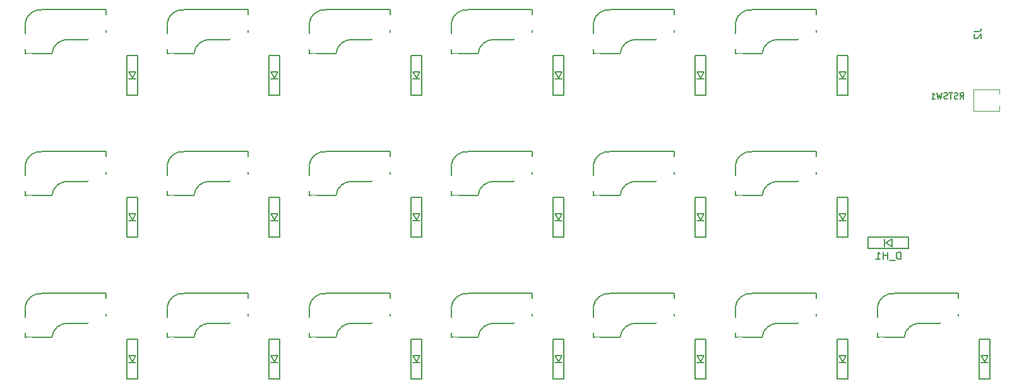
<source format=gbr>
%TF.GenerationSoftware,KiCad,Pcbnew,8.0.7*%
%TF.CreationDate,2024-12-30T11:07:06+09:00*%
%TF.ProjectId,pisces,70697363-6573-42e6-9b69-6361645f7063,rev?*%
%TF.SameCoordinates,Original*%
%TF.FileFunction,Legend,Bot*%
%TF.FilePolarity,Positive*%
%FSLAX46Y46*%
G04 Gerber Fmt 4.6, Leading zero omitted, Abs format (unit mm)*
G04 Created by KiCad (PCBNEW 8.0.7) date 2024-12-30 11:07:06*
%MOMM*%
%LPD*%
G01*
G04 APERTURE LIST*
%ADD10C,0.150000*%
%ADD11C,0.120000*%
%ADD12C,5.000000*%
%ADD13C,0.650000*%
%ADD14O,1.000000X2.100000*%
%ADD15O,1.000000X1.600000*%
%ADD16C,1.900000*%
%ADD17C,1.700000*%
%ADD18C,3.000000*%
%ADD19C,4.000000*%
%ADD20R,2.000000X2.000000*%
%ADD21C,1.500000*%
%ADD22R,2.500000X1.200000*%
%ADD23R,1.300000X0.950000*%
%ADD24C,0.750000*%
%ADD25R,1.100000X1.600000*%
%ADD26R,0.950000X1.300000*%
G04 APERTURE END LIST*
D10*
X168477356Y-68336819D02*
X168477356Y-67336819D01*
X168477356Y-67336819D02*
X168239261Y-67336819D01*
X168239261Y-67336819D02*
X168096404Y-67384438D01*
X168096404Y-67384438D02*
X168001166Y-67479676D01*
X168001166Y-67479676D02*
X167953547Y-67574914D01*
X167953547Y-67574914D02*
X167905928Y-67765390D01*
X167905928Y-67765390D02*
X167905928Y-67908247D01*
X167905928Y-67908247D02*
X167953547Y-68098723D01*
X167953547Y-68098723D02*
X168001166Y-68193961D01*
X168001166Y-68193961D02*
X168096404Y-68289200D01*
X168096404Y-68289200D02*
X168239261Y-68336819D01*
X168239261Y-68336819D02*
X168477356Y-68336819D01*
X167715452Y-68432057D02*
X166953547Y-68432057D01*
X166715451Y-68336819D02*
X166715451Y-67336819D01*
X166715451Y-67813009D02*
X166144023Y-67813009D01*
X166144023Y-68336819D02*
X166144023Y-67336819D01*
X165144023Y-68336819D02*
X165715451Y-68336819D01*
X165429737Y-68336819D02*
X165429737Y-67336819D01*
X165429737Y-67336819D02*
X165524975Y-67479676D01*
X165524975Y-67479676D02*
X165620213Y-67574914D01*
X165620213Y-67574914D02*
X165715451Y-67622533D01*
X176429142Y-46781295D02*
X176695809Y-46400342D01*
X176886285Y-46781295D02*
X176886285Y-45981295D01*
X176886285Y-45981295D02*
X176581523Y-45981295D01*
X176581523Y-45981295D02*
X176505333Y-46019390D01*
X176505333Y-46019390D02*
X176467238Y-46057485D01*
X176467238Y-46057485D02*
X176429142Y-46133676D01*
X176429142Y-46133676D02*
X176429142Y-46247961D01*
X176429142Y-46247961D02*
X176467238Y-46324152D01*
X176467238Y-46324152D02*
X176505333Y-46362247D01*
X176505333Y-46362247D02*
X176581523Y-46400342D01*
X176581523Y-46400342D02*
X176886285Y-46400342D01*
X176124381Y-46743200D02*
X176010095Y-46781295D01*
X176010095Y-46781295D02*
X175819619Y-46781295D01*
X175819619Y-46781295D02*
X175743428Y-46743200D01*
X175743428Y-46743200D02*
X175705333Y-46705104D01*
X175705333Y-46705104D02*
X175667238Y-46628914D01*
X175667238Y-46628914D02*
X175667238Y-46552723D01*
X175667238Y-46552723D02*
X175705333Y-46476533D01*
X175705333Y-46476533D02*
X175743428Y-46438438D01*
X175743428Y-46438438D02*
X175819619Y-46400342D01*
X175819619Y-46400342D02*
X175972000Y-46362247D01*
X175972000Y-46362247D02*
X176048190Y-46324152D01*
X176048190Y-46324152D02*
X176086285Y-46286057D01*
X176086285Y-46286057D02*
X176124381Y-46209866D01*
X176124381Y-46209866D02*
X176124381Y-46133676D01*
X176124381Y-46133676D02*
X176086285Y-46057485D01*
X176086285Y-46057485D02*
X176048190Y-46019390D01*
X176048190Y-46019390D02*
X175972000Y-45981295D01*
X175972000Y-45981295D02*
X175781523Y-45981295D01*
X175781523Y-45981295D02*
X175667238Y-46019390D01*
X175438666Y-45981295D02*
X174981523Y-45981295D01*
X175210095Y-46781295D02*
X175210095Y-45981295D01*
X174752952Y-46743200D02*
X174638666Y-46781295D01*
X174638666Y-46781295D02*
X174448190Y-46781295D01*
X174448190Y-46781295D02*
X174371999Y-46743200D01*
X174371999Y-46743200D02*
X174333904Y-46705104D01*
X174333904Y-46705104D02*
X174295809Y-46628914D01*
X174295809Y-46628914D02*
X174295809Y-46552723D01*
X174295809Y-46552723D02*
X174333904Y-46476533D01*
X174333904Y-46476533D02*
X174371999Y-46438438D01*
X174371999Y-46438438D02*
X174448190Y-46400342D01*
X174448190Y-46400342D02*
X174600571Y-46362247D01*
X174600571Y-46362247D02*
X174676761Y-46324152D01*
X174676761Y-46324152D02*
X174714856Y-46286057D01*
X174714856Y-46286057D02*
X174752952Y-46209866D01*
X174752952Y-46209866D02*
X174752952Y-46133676D01*
X174752952Y-46133676D02*
X174714856Y-46057485D01*
X174714856Y-46057485D02*
X174676761Y-46019390D01*
X174676761Y-46019390D02*
X174600571Y-45981295D01*
X174600571Y-45981295D02*
X174410094Y-45981295D01*
X174410094Y-45981295D02*
X174295809Y-46019390D01*
X174029142Y-45981295D02*
X173838666Y-46781295D01*
X173838666Y-46781295D02*
X173686285Y-46209866D01*
X173686285Y-46209866D02*
X173533904Y-46781295D01*
X173533904Y-46781295D02*
X173343428Y-45981295D01*
X172619618Y-46781295D02*
X173076761Y-46781295D01*
X172848189Y-46781295D02*
X172848189Y-45981295D01*
X172848189Y-45981295D02*
X172924380Y-46095580D01*
X172924380Y-46095580D02*
X173000570Y-46171771D01*
X173000570Y-46171771D02*
X173076761Y-46209866D01*
X178290819Y-37703666D02*
X179005104Y-37703666D01*
X179005104Y-37703666D02*
X179147961Y-37656047D01*
X179147961Y-37656047D02*
X179243200Y-37560809D01*
X179243200Y-37560809D02*
X179290819Y-37417952D01*
X179290819Y-37417952D02*
X179290819Y-37322714D01*
X178386057Y-38132238D02*
X178338438Y-38179857D01*
X178338438Y-38179857D02*
X178290819Y-38275095D01*
X178290819Y-38275095D02*
X178290819Y-38513190D01*
X178290819Y-38513190D02*
X178338438Y-38608428D01*
X178338438Y-38608428D02*
X178386057Y-38656047D01*
X178386057Y-38656047D02*
X178481295Y-38703666D01*
X178481295Y-38703666D02*
X178576533Y-38703666D01*
X178576533Y-38703666D02*
X178719390Y-38656047D01*
X178719390Y-38656047D02*
X179290819Y-38084619D01*
X179290819Y-38084619D02*
X179290819Y-38703666D01*
%TO.C,SW1*%
X51032000Y-36768500D02*
X51032000Y-40713500D01*
X51032000Y-40722500D02*
X54642000Y-40722500D01*
X61932000Y-34814500D02*
X53307000Y-34814500D01*
X61932000Y-38722500D02*
X61932000Y-34814500D01*
X61932000Y-38768500D02*
X56882000Y-38814500D01*
X51043000Y-36698500D02*
G75*
G02*
X53307000Y-34814500I2074000J-190000D01*
G01*
X54647000Y-40698500D02*
G75*
G02*
X56907000Y-38818500I2070000J-190000D01*
G01*
%TO.C,SW2*%
X51032000Y-55818500D02*
X51032000Y-59763500D01*
X51032000Y-59772500D02*
X54642000Y-59772500D01*
X61932000Y-53864500D02*
X53307000Y-53864500D01*
X61932000Y-57772500D02*
X61932000Y-53864500D01*
X61932000Y-57818500D02*
X56882000Y-57864500D01*
X51043000Y-55748500D02*
G75*
G02*
X53307000Y-53864500I2074000J-190000D01*
G01*
X54647000Y-59748500D02*
G75*
G02*
X56907000Y-57868500I2070000J-190000D01*
G01*
%TO.C,SW3*%
X51032000Y-74868500D02*
X51032000Y-78813500D01*
X51032000Y-78822500D02*
X54642000Y-78822500D01*
X61932000Y-72914500D02*
X53307000Y-72914500D01*
X61932000Y-76822500D02*
X61932000Y-72914500D01*
X61932000Y-76868500D02*
X56882000Y-76914500D01*
X51043000Y-74798500D02*
G75*
G02*
X53307000Y-72914500I2074000J-190000D01*
G01*
X54647000Y-78798500D02*
G75*
G02*
X56907000Y-76918500I2070000J-190000D01*
G01*
%TO.C,SW4*%
X70082000Y-36768500D02*
X70082000Y-40713500D01*
X70082000Y-40722500D02*
X73692000Y-40722500D01*
X80982000Y-34814500D02*
X72357000Y-34814500D01*
X80982000Y-38722500D02*
X80982000Y-34814500D01*
X80982000Y-38768500D02*
X75932000Y-38814500D01*
X70093000Y-36698500D02*
G75*
G02*
X72357000Y-34814500I2074000J-190000D01*
G01*
X73697000Y-40698500D02*
G75*
G02*
X75957000Y-38818500I2070000J-190000D01*
G01*
%TO.C,SW5*%
X70082000Y-55818500D02*
X70082000Y-59763500D01*
X70082000Y-59772500D02*
X73692000Y-59772500D01*
X80982000Y-53864500D02*
X72357000Y-53864500D01*
X80982000Y-57772500D02*
X80982000Y-53864500D01*
X80982000Y-57818500D02*
X75932000Y-57864500D01*
X70093000Y-55748500D02*
G75*
G02*
X72357000Y-53864500I2074000J-190000D01*
G01*
X73697000Y-59748500D02*
G75*
G02*
X75957000Y-57868500I2070000J-190000D01*
G01*
%TO.C,SW6*%
X70082000Y-74868500D02*
X70082000Y-78813500D01*
X70082000Y-78822500D02*
X73692000Y-78822500D01*
X80982000Y-72914500D02*
X72357000Y-72914500D01*
X80982000Y-76822500D02*
X80982000Y-72914500D01*
X80982000Y-76868500D02*
X75932000Y-76914500D01*
X70093000Y-74798500D02*
G75*
G02*
X72357000Y-72914500I2074000J-190000D01*
G01*
X73697000Y-78798500D02*
G75*
G02*
X75957000Y-76918500I2070000J-190000D01*
G01*
%TO.C,SW7*%
X89132000Y-36768500D02*
X89132000Y-40713500D01*
X89132000Y-40722500D02*
X92742000Y-40722500D01*
X100032000Y-34814500D02*
X91407000Y-34814500D01*
X100032000Y-38722500D02*
X100032000Y-34814500D01*
X100032000Y-38768500D02*
X94982000Y-38814500D01*
X89143000Y-36698500D02*
G75*
G02*
X91407000Y-34814500I2074000J-190000D01*
G01*
X92747000Y-40698500D02*
G75*
G02*
X95007000Y-38818500I2070000J-190000D01*
G01*
%TO.C,SW8*%
X89132000Y-55818500D02*
X89132000Y-59763500D01*
X89132000Y-59772500D02*
X92742000Y-59772500D01*
X100032000Y-53864500D02*
X91407000Y-53864500D01*
X100032000Y-57772500D02*
X100032000Y-53864500D01*
X100032000Y-57818500D02*
X94982000Y-57864500D01*
X89143000Y-55748500D02*
G75*
G02*
X91407000Y-53864500I2074000J-190000D01*
G01*
X92747000Y-59748500D02*
G75*
G02*
X95007000Y-57868500I2070000J-190000D01*
G01*
%TO.C,SW9*%
X89132000Y-74868500D02*
X89132000Y-78813500D01*
X89132000Y-78822500D02*
X92742000Y-78822500D01*
X100032000Y-72914500D02*
X91407000Y-72914500D01*
X100032000Y-76822500D02*
X100032000Y-72914500D01*
X100032000Y-76868500D02*
X94982000Y-76914500D01*
X89143000Y-74798500D02*
G75*
G02*
X91407000Y-72914500I2074000J-190000D01*
G01*
X92747000Y-78798500D02*
G75*
G02*
X95007000Y-76918500I2070000J-190000D01*
G01*
%TO.C,SW10*%
X108182000Y-36768500D02*
X108182000Y-40713500D01*
X108182000Y-40722500D02*
X111792000Y-40722500D01*
X119082000Y-34814500D02*
X110457000Y-34814500D01*
X119082000Y-38722500D02*
X119082000Y-34814500D01*
X119082000Y-38768500D02*
X114032000Y-38814500D01*
X108193000Y-36698500D02*
G75*
G02*
X110457000Y-34814500I2074000J-190000D01*
G01*
X111797000Y-40698500D02*
G75*
G02*
X114057000Y-38818500I2070000J-190000D01*
G01*
%TO.C,SW11*%
X108182000Y-55818500D02*
X108182000Y-59763500D01*
X108182000Y-59772500D02*
X111792000Y-59772500D01*
X119082000Y-53864500D02*
X110457000Y-53864500D01*
X119082000Y-57772500D02*
X119082000Y-53864500D01*
X119082000Y-57818500D02*
X114032000Y-57864500D01*
X108193000Y-55748500D02*
G75*
G02*
X110457000Y-53864500I2074000J-190000D01*
G01*
X111797000Y-59748500D02*
G75*
G02*
X114057000Y-57868500I2070000J-190000D01*
G01*
%TO.C,SW12*%
X108182000Y-74868500D02*
X108182000Y-78813500D01*
X108182000Y-78822500D02*
X111792000Y-78822500D01*
X119082000Y-72914500D02*
X110457000Y-72914500D01*
X119082000Y-76822500D02*
X119082000Y-72914500D01*
X119082000Y-76868500D02*
X114032000Y-76914500D01*
X108193000Y-74798500D02*
G75*
G02*
X110457000Y-72914500I2074000J-190000D01*
G01*
X111797000Y-78798500D02*
G75*
G02*
X114057000Y-76918500I2070000J-190000D01*
G01*
%TO.C,SW13*%
X127232000Y-36768500D02*
X127232000Y-40713500D01*
X127232000Y-40722500D02*
X130842000Y-40722500D01*
X138132000Y-34814500D02*
X129507000Y-34814500D01*
X138132000Y-38722500D02*
X138132000Y-34814500D01*
X138132000Y-38768500D02*
X133082000Y-38814500D01*
X127243000Y-36698500D02*
G75*
G02*
X129507000Y-34814500I2074000J-190000D01*
G01*
X130847000Y-40698500D02*
G75*
G02*
X133107000Y-38818500I2070000J-190000D01*
G01*
%TO.C,SW14*%
X127232000Y-55818500D02*
X127232000Y-59763500D01*
X127232000Y-59772500D02*
X130842000Y-59772500D01*
X138132000Y-53864500D02*
X129507000Y-53864500D01*
X138132000Y-57772500D02*
X138132000Y-53864500D01*
X138132000Y-57818500D02*
X133082000Y-57864500D01*
X127243000Y-55748500D02*
G75*
G02*
X129507000Y-53864500I2074000J-190000D01*
G01*
X130847000Y-59748500D02*
G75*
G02*
X133107000Y-57868500I2070000J-190000D01*
G01*
%TO.C,SW15*%
X127232000Y-74868500D02*
X127232000Y-78813500D01*
X127232000Y-78822500D02*
X130842000Y-78822500D01*
X138132000Y-72914500D02*
X129507000Y-72914500D01*
X138132000Y-76822500D02*
X138132000Y-72914500D01*
X138132000Y-76868500D02*
X133082000Y-76914500D01*
X127243000Y-74798500D02*
G75*
G02*
X129507000Y-72914500I2074000J-190000D01*
G01*
X130847000Y-78798500D02*
G75*
G02*
X133107000Y-76918500I2070000J-190000D01*
G01*
%TO.C,SW16*%
X146282000Y-36768500D02*
X146282000Y-40713500D01*
X146282000Y-40722500D02*
X149892000Y-40722500D01*
X157182000Y-34814500D02*
X148557000Y-34814500D01*
X157182000Y-38722500D02*
X157182000Y-34814500D01*
X157182000Y-38768500D02*
X152132000Y-38814500D01*
X146293000Y-36698500D02*
G75*
G02*
X148557000Y-34814500I2074000J-190000D01*
G01*
X149897000Y-40698500D02*
G75*
G02*
X152157000Y-38818500I2070000J-190000D01*
G01*
%TO.C,SW17*%
X146282000Y-55818500D02*
X146282000Y-59763500D01*
X146282000Y-59772500D02*
X149892000Y-59772500D01*
X157182000Y-53864500D02*
X148557000Y-53864500D01*
X157182000Y-57772500D02*
X157182000Y-53864500D01*
X157182000Y-57818500D02*
X152132000Y-57864500D01*
X146293000Y-55748500D02*
G75*
G02*
X148557000Y-53864500I2074000J-190000D01*
G01*
X149897000Y-59748500D02*
G75*
G02*
X152157000Y-57868500I2070000J-190000D01*
G01*
%TO.C,SW18*%
X146282000Y-74868500D02*
X146282000Y-78813500D01*
X146282000Y-78822500D02*
X149892000Y-78822500D01*
X157182000Y-72914500D02*
X148557000Y-72914500D01*
X157182000Y-76822500D02*
X157182000Y-72914500D01*
X157182000Y-76868500D02*
X152132000Y-76914500D01*
X146293000Y-74798500D02*
G75*
G02*
X148557000Y-72914500I2074000J-190000D01*
G01*
X149897000Y-78798500D02*
G75*
G02*
X152157000Y-76918500I2070000J-190000D01*
G01*
%TO.C,SW19*%
X165332000Y-74868500D02*
X165332000Y-78813500D01*
X165332000Y-78822500D02*
X168942000Y-78822500D01*
X176232000Y-72914500D02*
X167607000Y-72914500D01*
X176232000Y-76822500D02*
X176232000Y-72914500D01*
X176232000Y-76868500D02*
X171182000Y-76914500D01*
X165343000Y-74798500D02*
G75*
G02*
X167607000Y-72914500I2074000J-190000D01*
G01*
X168947000Y-78798500D02*
G75*
G02*
X171207000Y-76918500I2070000J-190000D01*
G01*
%TO.C,D_H1*%
X164134500Y-65354000D02*
X164134500Y-66854000D01*
X164134500Y-66854000D02*
X169534500Y-66854000D01*
X166334500Y-65604000D02*
X166334500Y-66604000D01*
X166434500Y-66104000D02*
X167334500Y-65604000D01*
X167334500Y-65604000D02*
X167334500Y-66604000D01*
X167334500Y-66604000D02*
X166434500Y-66104000D01*
X169534500Y-65354000D02*
X164134500Y-65354000D01*
X169534500Y-66854000D02*
X169534500Y-65354000D01*
D11*
%TO.C,RSTSW1*%
X178279000Y-45540500D02*
X178279000Y-48440500D01*
X178279000Y-45540500D02*
X181679000Y-45540500D01*
X181679000Y-48440500D02*
X178279000Y-48440500D01*
X181679000Y-48440500D02*
X181679000Y-45540500D01*
D10*
%TO.C,D1*%
X64675000Y-46325000D02*
X64675000Y-40925000D01*
X64925000Y-43125000D02*
X65425000Y-44025000D01*
X65425000Y-44025000D02*
X65925000Y-43125000D01*
X65925000Y-43125000D02*
X64925000Y-43125000D01*
X65925000Y-44125000D02*
X64925000Y-44125000D01*
X66175000Y-40925000D02*
X64675000Y-40925000D01*
X66175000Y-40925000D02*
X66175000Y-46325000D01*
X66175000Y-46325000D02*
X64675000Y-46325000D01*
%TO.C,D2*%
X64675000Y-65375000D02*
X64675000Y-59975000D01*
X64925000Y-62175000D02*
X65425000Y-63075000D01*
X65425000Y-63075000D02*
X65925000Y-62175000D01*
X65925000Y-62175000D02*
X64925000Y-62175000D01*
X65925000Y-63175000D02*
X64925000Y-63175000D01*
X66175000Y-59975000D02*
X64675000Y-59975000D01*
X66175000Y-59975000D02*
X66175000Y-65375000D01*
X66175000Y-65375000D02*
X64675000Y-65375000D01*
%TO.C,D3*%
X64675000Y-84425000D02*
X64675000Y-79025000D01*
X64925000Y-81225000D02*
X65425000Y-82125000D01*
X65425000Y-82125000D02*
X65925000Y-81225000D01*
X65925000Y-81225000D02*
X64925000Y-81225000D01*
X65925000Y-82225000D02*
X64925000Y-82225000D01*
X66175000Y-79025000D02*
X64675000Y-79025000D01*
X66175000Y-79025000D02*
X66175000Y-84425000D01*
X66175000Y-84425000D02*
X64675000Y-84425000D01*
%TO.C,D7*%
X102775000Y-46325000D02*
X102775000Y-40925000D01*
X103025000Y-43125000D02*
X103525000Y-44025000D01*
X103525000Y-44025000D02*
X104025000Y-43125000D01*
X104025000Y-43125000D02*
X103025000Y-43125000D01*
X104025000Y-44125000D02*
X103025000Y-44125000D01*
X104275000Y-40925000D02*
X102775000Y-40925000D01*
X104275000Y-40925000D02*
X104275000Y-46325000D01*
X104275000Y-46325000D02*
X102775000Y-46325000D01*
%TO.C,D8*%
X102775000Y-65375000D02*
X102775000Y-59975000D01*
X103025000Y-62175000D02*
X103525000Y-63075000D01*
X103525000Y-63075000D02*
X104025000Y-62175000D01*
X104025000Y-62175000D02*
X103025000Y-62175000D01*
X104025000Y-63175000D02*
X103025000Y-63175000D01*
X104275000Y-59975000D02*
X102775000Y-59975000D01*
X104275000Y-59975000D02*
X104275000Y-65375000D01*
X104275000Y-65375000D02*
X102775000Y-65375000D01*
%TO.C,D10*%
X121825000Y-46325000D02*
X121825000Y-40925000D01*
X122075000Y-43125000D02*
X122575000Y-44025000D01*
X122575000Y-44025000D02*
X123075000Y-43125000D01*
X123075000Y-43125000D02*
X122075000Y-43125000D01*
X123075000Y-44125000D02*
X122075000Y-44125000D01*
X123325000Y-40925000D02*
X121825000Y-40925000D01*
X123325000Y-40925000D02*
X123325000Y-46325000D01*
X123325000Y-46325000D02*
X121825000Y-46325000D01*
%TO.C,D11*%
X121825000Y-65375000D02*
X121825000Y-59975000D01*
X122075000Y-62175000D02*
X122575000Y-63075000D01*
X122575000Y-63075000D02*
X123075000Y-62175000D01*
X123075000Y-62175000D02*
X122075000Y-62175000D01*
X123075000Y-63175000D02*
X122075000Y-63175000D01*
X123325000Y-59975000D02*
X121825000Y-59975000D01*
X123325000Y-59975000D02*
X123325000Y-65375000D01*
X123325000Y-65375000D02*
X121825000Y-65375000D01*
%TO.C,D12*%
X121825000Y-84425000D02*
X121825000Y-79025000D01*
X122075000Y-81225000D02*
X122575000Y-82125000D01*
X122575000Y-82125000D02*
X123075000Y-81225000D01*
X123075000Y-81225000D02*
X122075000Y-81225000D01*
X123075000Y-82225000D02*
X122075000Y-82225000D01*
X123325000Y-79025000D02*
X121825000Y-79025000D01*
X123325000Y-79025000D02*
X123325000Y-84425000D01*
X123325000Y-84425000D02*
X121825000Y-84425000D01*
%TO.C,D14*%
X140875000Y-65375000D02*
X140875000Y-59975000D01*
X141125000Y-62175000D02*
X141625000Y-63075000D01*
X141625000Y-63075000D02*
X142125000Y-62175000D01*
X142125000Y-62175000D02*
X141125000Y-62175000D01*
X142125000Y-63175000D02*
X141125000Y-63175000D01*
X142375000Y-59975000D02*
X140875000Y-59975000D01*
X142375000Y-59975000D02*
X142375000Y-65375000D01*
X142375000Y-65375000D02*
X140875000Y-65375000D01*
%TO.C,D15*%
X140875000Y-84425000D02*
X140875000Y-79025000D01*
X141125000Y-81225000D02*
X141625000Y-82125000D01*
X141625000Y-82125000D02*
X142125000Y-81225000D01*
X142125000Y-81225000D02*
X141125000Y-81225000D01*
X142125000Y-82225000D02*
X141125000Y-82225000D01*
X142375000Y-79025000D02*
X140875000Y-79025000D01*
X142375000Y-79025000D02*
X142375000Y-84425000D01*
X142375000Y-84425000D02*
X140875000Y-84425000D01*
%TO.C,D17*%
X159925000Y-65375000D02*
X159925000Y-59975000D01*
X160175000Y-62175000D02*
X160675000Y-63075000D01*
X160675000Y-63075000D02*
X161175000Y-62175000D01*
X161175000Y-62175000D02*
X160175000Y-62175000D01*
X161175000Y-63175000D02*
X160175000Y-63175000D01*
X161425000Y-59975000D02*
X159925000Y-59975000D01*
X161425000Y-59975000D02*
X161425000Y-65375000D01*
X161425000Y-65375000D02*
X159925000Y-65375000D01*
%TO.C,D18*%
X159925000Y-84425000D02*
X159925000Y-79025000D01*
X160175000Y-81225000D02*
X160675000Y-82125000D01*
X160675000Y-82125000D02*
X161175000Y-81225000D01*
X161175000Y-81225000D02*
X160175000Y-81225000D01*
X161175000Y-82225000D02*
X160175000Y-82225000D01*
X161425000Y-79025000D02*
X159925000Y-79025000D01*
X161425000Y-79025000D02*
X161425000Y-84425000D01*
X161425000Y-84425000D02*
X159925000Y-84425000D01*
%TO.C,D4*%
X83724999Y-46325000D02*
X83724999Y-40925000D01*
X83974999Y-43125000D02*
X84474999Y-44025000D01*
X84474999Y-44025000D02*
X84974999Y-43125000D01*
X84974999Y-43125000D02*
X83974999Y-43125000D01*
X84974999Y-44125000D02*
X83974999Y-44125000D01*
X85224999Y-40925000D02*
X83724999Y-40925000D01*
X85224999Y-40925000D02*
X85224999Y-46325000D01*
X85224999Y-46325000D02*
X83724999Y-46325000D01*
%TO.C,D5*%
X83724999Y-65375000D02*
X83724999Y-59975000D01*
X83974999Y-62175000D02*
X84474999Y-63075000D01*
X84474999Y-63075000D02*
X84974999Y-62175000D01*
X84974999Y-62175000D02*
X83974999Y-62175000D01*
X84974999Y-63175000D02*
X83974999Y-63175000D01*
X85224999Y-59975000D02*
X83724999Y-59975000D01*
X85224999Y-59975000D02*
X85224999Y-65375000D01*
X85224999Y-65375000D02*
X83724999Y-65375000D01*
%TO.C,D6*%
X83724999Y-84425000D02*
X83724999Y-79025000D01*
X83974999Y-81225000D02*
X84474999Y-82125000D01*
X84474999Y-82125000D02*
X84974999Y-81225000D01*
X84974999Y-81225000D02*
X83974999Y-81225000D01*
X84974999Y-82225000D02*
X83974999Y-82225000D01*
X85224999Y-79025000D02*
X83724999Y-79025000D01*
X85224999Y-79025000D02*
X85224999Y-84425000D01*
X85224999Y-84425000D02*
X83724999Y-84425000D01*
%TO.C,D9*%
X102775000Y-84425000D02*
X102775000Y-79025000D01*
X103025000Y-81225000D02*
X103525000Y-82125000D01*
X103525000Y-82125000D02*
X104025000Y-81225000D01*
X104025000Y-81225000D02*
X103025000Y-81225000D01*
X104025000Y-82225000D02*
X103025000Y-82225000D01*
X104275000Y-79025000D02*
X102775000Y-79025000D01*
X104275000Y-79025000D02*
X104275000Y-84425000D01*
X104275000Y-84425000D02*
X102775000Y-84425000D01*
%TO.C,D13*%
X140875000Y-46325000D02*
X140875000Y-40925000D01*
X141125000Y-43125000D02*
X141625000Y-44025000D01*
X141625000Y-44025000D02*
X142125000Y-43125000D01*
X142125000Y-43125000D02*
X141125000Y-43125000D01*
X142125000Y-44125000D02*
X141125000Y-44125000D01*
X142375000Y-40925000D02*
X140875000Y-40925000D01*
X142375000Y-40925000D02*
X142375000Y-46325000D01*
X142375000Y-46325000D02*
X140875000Y-46325000D01*
%TO.C,D16*%
X159925000Y-46325000D02*
X159925000Y-40925000D01*
X160175000Y-43125000D02*
X160675000Y-44025000D01*
X160675000Y-44025000D02*
X161175000Y-43125000D01*
X161175000Y-43125000D02*
X160175000Y-43125000D01*
X161175000Y-44125000D02*
X160175000Y-44125000D01*
X161425000Y-40925000D02*
X159925000Y-40925000D01*
X161425000Y-40925000D02*
X161425000Y-46325000D01*
X161425000Y-46325000D02*
X159925000Y-46325000D01*
%TO.C,D19*%
X178975000Y-84425000D02*
X178975000Y-79025000D01*
X179225000Y-81225000D02*
X179725000Y-82125000D01*
X179725000Y-82125000D02*
X180225000Y-81225000D01*
X180225000Y-81225000D02*
X179225000Y-81225000D01*
X180225000Y-82225000D02*
X179225000Y-82225000D01*
X180475000Y-79025000D02*
X178975000Y-79025000D01*
X180475000Y-79025000D02*
X180475000Y-84425000D01*
X180475000Y-84425000D02*
X178975000Y-84425000D01*
%TD*%
%LPC*%
D12*
%TO.C,HOLE1*%
X66657000Y-51143500D03*
%TD*%
%TO.C,HOLE2*%
X66657000Y-70193500D03*
%TD*%
%TO.C,HOLE7*%
X104757000Y-51143500D03*
%TD*%
%TO.C,HOLE8*%
X104757000Y-70193500D03*
%TD*%
%TO.C,HOLE13*%
X142857000Y-51143500D03*
%TD*%
%TO.C,HOLE14*%
X142857000Y-70193500D03*
%TD*%
D13*
%TO.C,J1*%
X170550000Y-37298500D03*
X164770000Y-37298500D03*
D14*
X171980000Y-37798500D03*
D15*
X171980000Y-33618500D03*
D14*
X163340000Y-37798500D03*
D15*
X163340000Y-33618500D03*
%TD*%
D16*
%TO.C,SW1*%
X51632000Y-41618500D03*
D17*
X52052000Y-41618500D03*
D18*
X53322000Y-39078500D03*
X54592000Y-36538500D03*
D19*
X57132000Y-41618500D03*
D18*
X59672000Y-36538500D03*
X60942000Y-39078500D03*
D17*
X62212000Y-41618500D03*
D16*
X62632000Y-41618500D03*
D20*
X50232000Y-39078500D03*
X62732000Y-36538500D03*
%TD*%
D16*
%TO.C,SW2*%
X51632000Y-60668500D03*
D17*
X52052000Y-60668500D03*
D18*
X53322000Y-58128500D03*
X54592000Y-55588500D03*
D19*
X57132000Y-60668500D03*
D18*
X59672000Y-55588500D03*
X60942000Y-58128500D03*
D17*
X62212000Y-60668500D03*
D16*
X62632000Y-60668500D03*
D20*
X50232000Y-58128500D03*
X62732000Y-55588500D03*
%TD*%
D16*
%TO.C,SW3*%
X51632000Y-79718500D03*
D17*
X52052000Y-79718500D03*
D18*
X53322000Y-77178500D03*
X54592000Y-74638500D03*
D19*
X57132000Y-79718500D03*
D18*
X59672000Y-74638500D03*
X60942000Y-77178500D03*
D17*
X62212000Y-79718500D03*
D16*
X62632000Y-79718500D03*
D20*
X50232000Y-77178500D03*
X62732000Y-74638500D03*
%TD*%
D16*
%TO.C,SW4*%
X70682000Y-41618500D03*
D17*
X71102000Y-41618500D03*
D18*
X72372000Y-39078500D03*
X73642000Y-36538500D03*
D19*
X76182000Y-41618500D03*
D18*
X78722000Y-36538500D03*
X79992000Y-39078500D03*
D17*
X81262000Y-41618500D03*
D16*
X81682000Y-41618500D03*
D20*
X69282000Y-39078500D03*
X81782000Y-36538500D03*
%TD*%
D16*
%TO.C,SW5*%
X70682000Y-60668500D03*
D17*
X71102000Y-60668500D03*
D18*
X72372000Y-58128500D03*
X73642000Y-55588500D03*
D19*
X76182000Y-60668500D03*
D18*
X78722000Y-55588500D03*
X79992000Y-58128500D03*
D17*
X81262000Y-60668500D03*
D16*
X81682000Y-60668500D03*
D20*
X69282000Y-58128500D03*
X81782000Y-55588500D03*
%TD*%
D16*
%TO.C,SW6*%
X70682000Y-79718500D03*
D17*
X71102000Y-79718500D03*
D18*
X72372000Y-77178500D03*
X73642000Y-74638500D03*
D19*
X76182000Y-79718500D03*
D18*
X78722000Y-74638500D03*
X79992000Y-77178500D03*
D17*
X81262000Y-79718500D03*
D16*
X81682000Y-79718500D03*
D20*
X69282000Y-77178500D03*
X81782000Y-74638500D03*
%TD*%
D16*
%TO.C,SW7*%
X89732000Y-41618500D03*
D17*
X90152000Y-41618500D03*
D18*
X91422000Y-39078500D03*
X92692000Y-36538500D03*
D19*
X95232000Y-41618500D03*
D18*
X97772000Y-36538500D03*
X99042000Y-39078500D03*
D17*
X100312000Y-41618500D03*
D16*
X100732000Y-41618500D03*
D20*
X88332000Y-39078500D03*
X100832000Y-36538500D03*
%TD*%
D16*
%TO.C,SW8*%
X89732000Y-60668500D03*
D17*
X90152000Y-60668500D03*
D18*
X91422000Y-58128500D03*
X92692000Y-55588500D03*
D19*
X95232000Y-60668500D03*
D18*
X97772000Y-55588500D03*
X99042000Y-58128500D03*
D17*
X100312000Y-60668500D03*
D16*
X100732000Y-60668500D03*
D20*
X88332000Y-58128500D03*
X100832000Y-55588500D03*
%TD*%
D16*
%TO.C,SW9*%
X89732000Y-79718500D03*
D17*
X90152000Y-79718500D03*
D18*
X91422000Y-77178500D03*
X92692000Y-74638500D03*
D19*
X95232000Y-79718500D03*
D18*
X97772000Y-74638500D03*
X99042000Y-77178500D03*
D17*
X100312000Y-79718500D03*
D16*
X100732000Y-79718500D03*
D20*
X88332000Y-77178500D03*
X100832000Y-74638500D03*
%TD*%
D16*
%TO.C,SW10*%
X108782000Y-41618500D03*
D17*
X109202000Y-41618500D03*
D18*
X110472000Y-39078500D03*
X111742000Y-36538500D03*
D19*
X114282000Y-41618500D03*
D18*
X116822000Y-36538500D03*
X118092000Y-39078500D03*
D17*
X119362000Y-41618500D03*
D16*
X119782000Y-41618500D03*
D20*
X107382000Y-39078500D03*
X119882000Y-36538500D03*
%TD*%
D16*
%TO.C,SW11*%
X108782000Y-60668500D03*
D17*
X109202000Y-60668500D03*
D18*
X110472000Y-58128500D03*
X111742000Y-55588500D03*
D19*
X114282000Y-60668500D03*
D18*
X116822000Y-55588500D03*
X118092000Y-58128500D03*
D17*
X119362000Y-60668500D03*
D16*
X119782000Y-60668500D03*
D20*
X107382000Y-58128500D03*
X119882000Y-55588500D03*
%TD*%
D16*
%TO.C,SW12*%
X108782000Y-79718500D03*
D17*
X109202000Y-79718500D03*
D18*
X110472000Y-77178500D03*
X111742000Y-74638500D03*
D19*
X114282000Y-79718500D03*
D18*
X116822000Y-74638500D03*
X118092000Y-77178500D03*
D17*
X119362000Y-79718500D03*
D16*
X119782000Y-79718500D03*
D20*
X107382000Y-77178500D03*
X119882000Y-74638500D03*
%TD*%
D16*
%TO.C,SW13*%
X127832000Y-41618500D03*
D17*
X128252000Y-41618500D03*
D18*
X129522000Y-39078500D03*
X130792000Y-36538500D03*
D19*
X133332000Y-41618500D03*
D18*
X135872000Y-36538500D03*
X137142000Y-39078500D03*
D17*
X138412000Y-41618500D03*
D16*
X138832000Y-41618500D03*
D20*
X126432000Y-39078500D03*
X138932000Y-36538500D03*
%TD*%
D16*
%TO.C,SW14*%
X127832000Y-60668500D03*
D17*
X128252000Y-60668500D03*
D18*
X129522000Y-58128500D03*
X130792000Y-55588500D03*
D19*
X133332000Y-60668500D03*
D18*
X135872000Y-55588500D03*
X137142000Y-58128500D03*
D17*
X138412000Y-60668500D03*
D16*
X138832000Y-60668500D03*
D20*
X126432000Y-58128500D03*
X138932000Y-55588500D03*
%TD*%
D16*
%TO.C,SW15*%
X127832000Y-79718500D03*
D17*
X128252000Y-79718500D03*
D18*
X129522000Y-77178500D03*
X130792000Y-74638500D03*
D19*
X133332000Y-79718500D03*
D18*
X135872000Y-74638500D03*
X137142000Y-77178500D03*
D17*
X138412000Y-79718500D03*
D16*
X138832000Y-79718500D03*
D20*
X126432000Y-77178500D03*
X138932000Y-74638500D03*
%TD*%
D16*
%TO.C,SW16*%
X146882000Y-41618500D03*
D17*
X147302000Y-41618500D03*
D18*
X148572000Y-39078500D03*
X149842000Y-36538500D03*
D19*
X152382000Y-41618500D03*
D18*
X154922000Y-36538500D03*
X156192000Y-39078500D03*
D17*
X157462000Y-41618500D03*
D16*
X157882000Y-41618500D03*
D20*
X145482000Y-39078500D03*
X157982000Y-36538500D03*
%TD*%
D16*
%TO.C,SW17*%
X146882000Y-60668500D03*
D17*
X147302000Y-60668500D03*
D18*
X148572000Y-58128500D03*
X149842000Y-55588500D03*
D19*
X152382000Y-60668500D03*
D18*
X154922000Y-55588500D03*
X156192000Y-58128500D03*
D17*
X157462000Y-60668500D03*
D16*
X157882000Y-60668500D03*
D20*
X145482000Y-58128500D03*
X157982000Y-55588500D03*
%TD*%
D16*
%TO.C,SW18*%
X146882000Y-79718500D03*
D17*
X147302000Y-79718500D03*
D18*
X148572000Y-77178500D03*
X149842000Y-74638500D03*
D19*
X152382000Y-79718500D03*
D18*
X154922000Y-74638500D03*
X156192000Y-77178500D03*
D17*
X157462000Y-79718500D03*
D16*
X157882000Y-79718500D03*
D20*
X145482000Y-77178500D03*
X157982000Y-74638500D03*
%TD*%
D16*
%TO.C,SW19*%
X165932000Y-79718500D03*
D17*
X166352000Y-79718500D03*
D18*
X167622000Y-77178500D03*
X168892000Y-74638500D03*
D19*
X171432000Y-79718500D03*
D18*
X173972000Y-74638500D03*
X175242000Y-77178500D03*
D17*
X176512000Y-79718500D03*
D16*
X176932000Y-79718500D03*
D20*
X164532000Y-77178500D03*
X177032000Y-74638500D03*
%TD*%
D21*
%TO.C,J2*%
X178836000Y-34341500D03*
X178836000Y-41341500D03*
D22*
X175586000Y-38931500D03*
X175586000Y-35931500D03*
X182086000Y-44031500D03*
X175586000Y-42931500D03*
%TD*%
D23*
%TO.C,D_H1*%
X165059500Y-66104000D03*
X168609500Y-66104000D03*
%TD*%
D24*
%TO.C,RSTSW1*%
X179979000Y-46190500D03*
X179979000Y-47890500D03*
D25*
X177729000Y-46990500D03*
X182229000Y-46990500D03*
%TD*%
D26*
%TO.C,D1*%
X65425000Y-45400000D03*
X65425000Y-41850000D03*
%TD*%
%TO.C,D2*%
X65425000Y-64450000D03*
X65425000Y-60900000D03*
%TD*%
%TO.C,D3*%
X65425000Y-83500000D03*
X65425000Y-79950000D03*
%TD*%
%TO.C,D7*%
X103525000Y-45400000D03*
X103525000Y-41850000D03*
%TD*%
%TO.C,D8*%
X103525000Y-64450000D03*
X103525000Y-60900000D03*
%TD*%
%TO.C,D10*%
X122575000Y-45400000D03*
X122575000Y-41850000D03*
%TD*%
%TO.C,D11*%
X122575000Y-64450000D03*
X122575000Y-60900000D03*
%TD*%
%TO.C,D12*%
X122575000Y-83500000D03*
X122575000Y-79950000D03*
%TD*%
%TO.C,D14*%
X141625000Y-64450000D03*
X141625000Y-60900000D03*
%TD*%
%TO.C,D15*%
X141625000Y-83500000D03*
X141625000Y-79950000D03*
%TD*%
%TO.C,D17*%
X160675000Y-64450000D03*
X160675000Y-60900000D03*
%TD*%
%TO.C,D18*%
X160675000Y-83500000D03*
X160675000Y-79950000D03*
%TD*%
%TO.C,D4*%
X84474999Y-45400000D03*
X84474999Y-41850000D03*
%TD*%
%TO.C,D5*%
X84474999Y-64450000D03*
X84474999Y-60900000D03*
%TD*%
%TO.C,D6*%
X84474999Y-83500000D03*
X84474999Y-79950000D03*
%TD*%
%TO.C,D9*%
X103525000Y-83500000D03*
X103525000Y-79950000D03*
%TD*%
%TO.C,D13*%
X141625000Y-45400000D03*
X141625000Y-41850000D03*
%TD*%
%TO.C,D16*%
X160675000Y-45400000D03*
X160675000Y-41850000D03*
%TD*%
%TO.C,D19*%
X179725000Y-83500000D03*
X179725000Y-79950000D03*
%TD*%
%LPD*%
M02*

</source>
